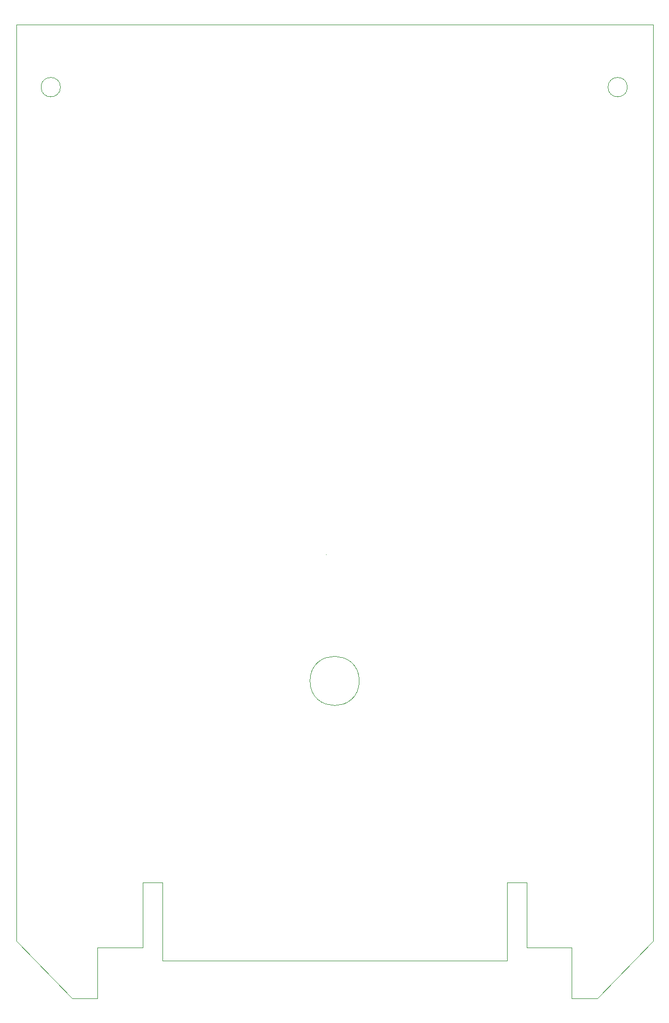
<source format=gbr>
%TF.GenerationSoftware,KiCad,Pcbnew,6.0.9-8da3e8f707~117~ubuntu20.04.1*%
%TF.CreationDate,2022-12-24T17:13:06-05:00*%
%TF.ProjectId,6551usb,36353531-7573-4622-9e6b-696361645f70,1.07*%
%TF.SameCoordinates,Original*%
%TF.FileFunction,Profile,NP*%
%FSLAX46Y46*%
G04 Gerber Fmt 4.6, Leading zero omitted, Abs format (unit mm)*
G04 Created by KiCad (PCBNEW 6.0.9-8da3e8f707~117~ubuntu20.04.1) date 2022-12-24 17:13:06*
%MOMM*%
%LPD*%
G01*
G04 APERTURE LIST*
%TA.AperFunction,Profile*%
%ADD10C,0.100000*%
%TD*%
G04 APERTURE END LIST*
D10*
X25527000Y-192913000D02*
X32512000Y-192913000D01*
X88900000Y-182880000D02*
X91948000Y-182880000D01*
X107545000Y-59690000D02*
G75*
G03*
X107545000Y-59690000I-1500000J0D01*
G01*
X35560000Y-182880000D02*
X35560000Y-194945000D01*
X25527000Y-192913000D02*
X25527000Y-200787000D01*
X60960001Y-132080000D02*
G75*
G03*
X60960001Y-132080000I-1J0D01*
G01*
X35560000Y-194945000D02*
X88900000Y-194945000D01*
X12954000Y-191897000D02*
X21590000Y-200787000D01*
X91948000Y-192913000D02*
X91948000Y-182880000D01*
X88900000Y-182880000D02*
X88900000Y-194945000D01*
X19788000Y-59690000D02*
G75*
G03*
X19788000Y-59690000I-1500000J0D01*
G01*
X91948000Y-192913000D02*
X98933000Y-192913000D01*
X66040000Y-151638000D02*
G75*
G03*
X66040000Y-151638000I-3810000J0D01*
G01*
X98933000Y-200787000D02*
X102870000Y-200787000D01*
X12954000Y-50000000D02*
X111506000Y-50000000D01*
X111506000Y-50000000D02*
X111506000Y-191897000D01*
X21590000Y-200787000D02*
X25527000Y-200787000D01*
X102870000Y-200787000D02*
X111506000Y-191897000D01*
X98933000Y-192913000D02*
X98933000Y-200787000D01*
X32512000Y-182880000D02*
X35560000Y-182880000D01*
X12954000Y-191897000D02*
X12954000Y-50000000D01*
X32512000Y-192913000D02*
X32512000Y-182880000D01*
M02*

</source>
